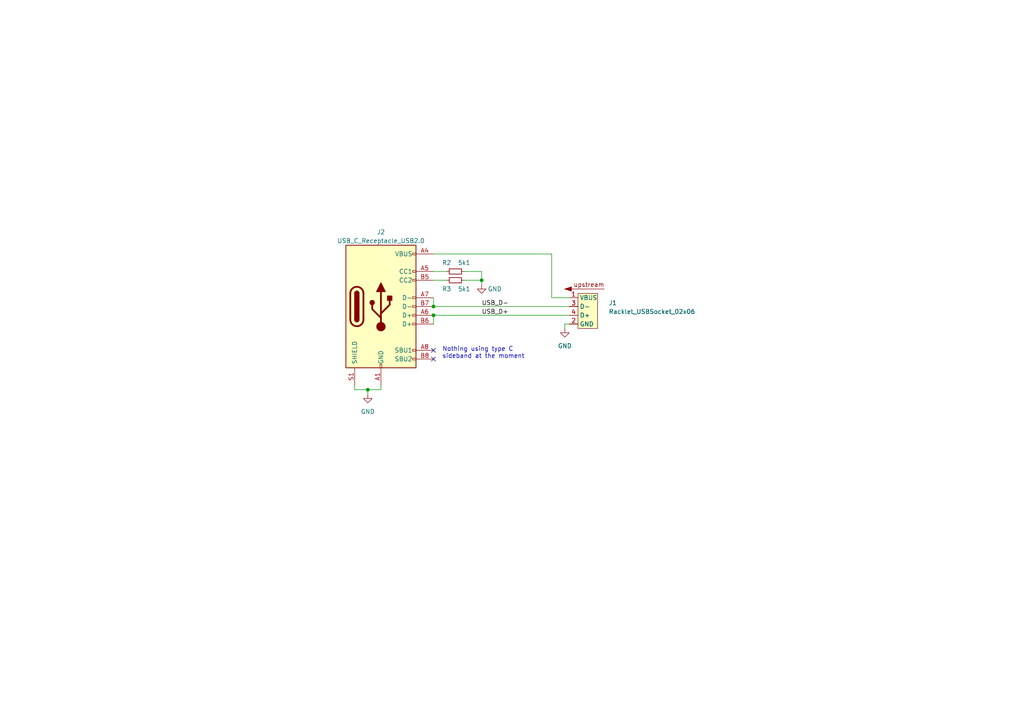
<source format=kicad_sch>
(kicad_sch (version 20230121) (generator eeschema)
  (paper "A4")
  (title_block (title "Adapter - USB Socket to Type C Receptacle") (date "2023-03-08") (rev "0.1.0") (company "https://racklet.io") (comment 1 "Author: Verneri Hirvonen"))
  (lib_symbols
    (symbol "Connector:USB_C_Receptacle_USB2.0" (pin_names (offset 1.016))
      (property "Reference" "J" (at -10.16 19.05 0))
      (property "Value" "USB_C_Receptacle_USB2.0" (at 19.05 19.05 0))
      (symbol "USB_C_Receptacle_USB2.0_0_0"
        (rectangle (start -0.254 -17.78) (end 0.254 -16.764))
        (rectangle (start 10.16 -14.986) (end 9.144 -15.494))
        (rectangle (start 10.16 -12.446) (end 9.144 -12.954))
        (rectangle (start 10.16 -4.826) (end 9.144 -5.334))
        (rectangle (start 10.16 -2.286) (end 9.144 -2.794))
        (rectangle (start 10.16 0.254) (end 9.144 -0.254))
        (rectangle (start 10.16 2.794) (end 9.144 2.286))
        (rectangle (start 10.16 7.874) (end 9.144 7.366))
        (rectangle (start 10.16 10.414) (end 9.144 9.906))
        (rectangle (start 10.16 15.494) (end 9.144 14.986))
      )
      (symbol "USB_C_Receptacle_USB2.0_0_1"
        (rectangle (start -10.16 17.78) (end 10.16 -17.78) (stroke (width 0.254)) (fill (type background)))
        (arc (start -8.89 -3.81) (mid -6.985 -5.7067) (end -5.08 -3.81) (stroke (width 0.508)))
        (arc (start -7.62 -3.81) (mid -6.985 -4.4423) (end -6.35 -3.81) (stroke (width 0.254)))
        (arc (start -7.62 -3.81) (mid -6.985 -4.4423) (end -6.35 -3.81) (stroke (width 0.254)) (fill (type outline)))
        (rectangle (start -7.62 -3.81) (end -6.35 3.81) (stroke (width 0.254)) (fill (type outline)))
        (arc (start -6.35 3.81) (mid -6.985 4.4423) (end -7.62 3.81) (stroke (width 0.254)))
        (arc (start -6.35 3.81) (mid -6.985 4.4423) (end -7.62 3.81) (stroke (width 0.254)) (fill (type outline)))
        (arc (start -5.08 3.81) (mid -6.985 5.7067) (end -8.89 3.81) (stroke (width 0.508)))
        (circle (center -2.54 1.143) (radius 0.635) (stroke (width 0.254)) (fill (type outline)))
        (circle (center 0 -5.842) (radius 1.27) (fill (type outline)))
        (polyline (pts (xy -8.89 -3.81) (xy -8.89 3.81)) (stroke (width 0.508)))
        (polyline (pts (xy -5.08 3.81) (xy -5.08 -3.81)) (stroke (width 0.508)))
        (polyline (pts (xy 0 -5.842) (xy 0 4.318)) (stroke (width 0.508)))
        (polyline (pts (xy 0 -3.302) (xy -2.54 -0.762) (xy -2.54 0.508)) (stroke (width 0.508)))
        (polyline (pts (xy 0 -2.032) (xy 2.54 0.508) (xy 2.54 1.778)) (stroke (width 0.508)))
        (polyline (pts (xy -1.27 4.318) (xy 0 6.858) (xy 1.27 4.318) (xy -1.27 4.318)) (stroke (width 0.254)) (fill (type outline)))
        (rectangle (start 1.905 1.778) (end 3.175 3.048) (stroke (width 0.254)) (fill (type outline)))
      )
      (symbol "USB_C_Receptacle_USB2.0_1_1"
        (pin passive line (at 0 -22.86 90) (length 5.08) (name "GND") (number "A1"))
        (pin passive line (at 0 -22.86 90) (length 5.08) hide (name "GND") (number "A12"))
        (pin passive line (at 15.24 15.24 180) (length 5.08) (name "VBUS") (number "A4"))
        (pin bidirectional line (at 15.24 10.16 180) (length 5.08) (name "CC1") (number "A5"))
        (pin bidirectional line (at 15.24 -2.54 180) (length 5.08) (name "D+") (number "A6"))
        (pin bidirectional line (at 15.24 2.54 180) (length 5.08) (name "D-") (number "A7"))
        (pin bidirectional line (at 15.24 -12.7 180) (length 5.08) (name "SBU1") (number "A8"))
        (pin passive line (at 15.24 15.24 180) (length 5.08) hide (name "VBUS") (number "A9"))
        (pin passive line (at 0 -22.86 90) (length 5.08) hide (name "GND") (number "B1"))
        (pin passive line (at 0 -22.86 90) (length 5.08) hide (name "GND") (number "B12"))
        (pin passive line (at 15.24 15.24 180) (length 5.08) hide (name "VBUS") (number "B4"))
        (pin bidirectional line (at 15.24 7.62 180) (length 5.08) (name "CC2") (number "B5"))
        (pin bidirectional line (at 15.24 -5.08 180) (length 5.08) (name "D+") (number "B6"))
        (pin bidirectional line (at 15.24 0 180) (length 5.08) (name "D-") (number "B7"))
        (pin bidirectional line (at 15.24 -15.24 180) (length 5.08) (name "SBU2") (number "B8"))
        (pin passive line (at 15.24 15.24 180) (length 5.08) hide (name "VBUS") (number "B9"))
        (pin passive line (at -7.62 -22.86 90) (length 5.08) (name "SHIELD") (number "S1"))
      )
    )
    (symbol "Device:R_Small" (pin_numbers hide) (pin_names (offset 0.254) hide)
      (property "Reference" "R" (at 0.762 0.508 0))
      (property "Value" "R_Small" (at 0.762 -1.016 0))
      (symbol "R_Small_0_1"
        (rectangle (start -0.762 1.778) (end 0.762 -1.778) (stroke (width 0.2032)))
      )
      (symbol "R_Small_1_1"
        (pin passive line (at 0 2.54 270) (length 0.762) (name "~") (number "1"))
        (pin passive line (at 0 -2.54 90) (length 0.762) (name "~") (number "2"))
      )
    )
    (symbol "power:GND" (power) (pin_names (offset 0))
      (property "Value" "GND" (at 0 -3.81 0))
      (symbol "GND_0_1"
        (polyline (pts (xy 0 0) (xy 0 -1.27) (xy 1.27 -1.27) (xy 0 -2.54) (xy -1.27 -1.27) (xy 0 -1.27)))
      )
      (symbol "GND_1_1"
        (pin power_in line (at 0 0 270) (length 0) hide (name "GND") (number "1"))
      )
    )
    (symbol "racklet:Racklet_USBSocket_02x06"
      (property "Reference" "J" (at 0 -6.35 0))
      (property "Value" "Racklet_USBSocket_02x06" (at 0 10.16 0))
      (symbol "Racklet_USBSocket_02x06_0_1"
        (rectangle (start -2.54 5.08) (end 3.175 -5.08) (fill (type background)))
        (polyline (pts (xy -6.35 6.35) (xy 5.08 6.35)))
        (polyline (pts (xy -6.35 6.35) (xy -4.445 6.985) (xy -4.445 5.715) (xy -6.35 6.35)) (fill (type outline)))
        (text "upstream" (at 0.635 7.62 0) (effects (font (size 1.27 1.27))))
      )
      (symbol "Racklet_USBSocket_02x06_1_1"
        (pin power_in line (at -5.08 3.81 0) (length 2.54) (name "VBUS") (number "1"))
        (pin bidirectional line (at -5.08 1.27 0) (length 2.54) hide (name "D-") (number "10"))
        (pin power_in line (at -5.08 -3.81 0) (length 2.54) hide (name "GND") (number "11"))
        (pin power_in line (at -5.08 3.81 0) (length 2.54) hide (name "VBUS") (number "12"))
        (pin power_in line (at -5.08 -3.81 0) (length 2.54) (name "GND") (number "2"))
        (pin bidirectional line (at -5.08 1.27 0) (length 2.54) (name "D-") (number "3"))
        (pin bidirectional line (at -5.08 -1.27 0) (length 2.54) (name "D+") (number "4"))
        (pin power_in line (at -5.08 -3.81 0) (length 2.54) hide (name "GND") (number "5"))
        (pin power_in line (at -5.08 3.81 0) (length 2.54) hide (name "VBUS") (number "6"))
        (pin power_in line (at -5.08 3.81 0) (length 2.54) hide (name "VBUS") (number "7"))
        (pin power_in line (at -5.08 -3.81 0) (length 2.54) hide (name "GND") (number "8"))
        (pin bidirectional line (at -5.08 -1.27 0) (length 2.54) hide (name "D+") (number "9"))
      )
    )
  )
  (junction (at 106.68 113.03))
  (junction (at 125.73 88.9))
  (junction (at 139.7 81.28))
  (junction (at 125.73 91.44))
  (no_connect (at 125.73 101.6))
  (no_connect (at 125.73 104.14))
  (wire (pts (xy 125.73 91.44) (xy 165.1 91.44)))
  (wire (pts (xy 106.68 113.03) (xy 110.49 113.03)))
  (wire (pts (xy 125.73 81.28) (xy 129.54 81.28)))
  (wire (pts (xy 125.73 78.74) (xy 129.54 78.74)))
  (wire (pts (xy 160.02 86.36) (xy 165.1 86.36)))
  (wire (pts (xy 134.62 81.28) (xy 139.7 81.28)))
  (wire (pts (xy 139.7 81.28) (xy 139.7 82.55)))
  (wire (pts (xy 102.87 111.76) (xy 102.87 113.03)))
  (wire (pts (xy 160.02 73.66) (xy 160.02 86.36)))
  (wire (pts (xy 125.73 91.44) (xy 125.73 93.98)))
  (wire (pts (xy 134.62 78.74) (xy 139.7 78.74)))
  (wire (pts (xy 125.73 86.36) (xy 125.73 88.9)))
  (wire (pts (xy 106.68 113.03) (xy 106.68 114.3)))
  (wire (pts (xy 163.83 95.25) (xy 163.83 93.98)))
  (wire (pts (xy 102.87 113.03) (xy 106.68 113.03)))
  (wire (pts (xy 125.73 73.66) (xy 160.02 73.66)))
  (wire (pts (xy 125.73 88.9) (xy 165.1 88.9)))
  (wire (pts (xy 110.49 113.03) (xy 110.49 111.76)))
  (wire (pts (xy 163.83 93.98) (xy 165.1 93.98)))
  (wire (pts (xy 139.7 78.74) (xy 139.7 81.28)))
  (text "Nothing using type C\nsideband at the moment" (at 128.27 104.14 0) (effects (font (size 1.27 1.27)) (justify left bottom)))
  (label "USB_D-" (at 139.7 88.9 0))
  (label "USB_D+" (at 139.7 91.44 0))
  (symbol (lib_id "power:GND") (at 106.68 114.3 0) (unit 1)
    (property "Reference" "#PWR01" (effects hide))
    (property "Value" "GND" (at 106.68 119.38 0))
  )
  (symbol (lib_id "Device:R_Small") (at 132.08 81.28 90) (unit 1)
    (property "Reference" "R3" (at 129.54 83.82 90))
    (property "Value" "5k1" (at 134.62 83.82 90))
    (property "Footprint" "Resistor_SMD:R_0603_1608Metric" (effects hide))
    (property "JLCPCB Part #" "C23186" (effects hide))
  )
  (symbol (lib_id "power:GND") (at 139.7 82.55 0) (unit 1)
    (property "Reference" "#PWR02" (effects hide))
    (property "Value" "GND" (at 143.51 83.82 0))
  )
  (symbol (lib_id "Connector:USB_C_Receptacle_USB2.0") (at 110.49 88.9 0) (unit 1)
    (property "Reference" "J2" (at 110.49 67.31 0))
    (property "Value" "USB_C_Receptacle_USB2.0" (at 110.49 69.85 0))
    (property "Footprint" "Connector_USB:USB_C_Receptacle_HRO_TYPE-C-31-M-12" (effects hide))
    (property "Datasheet" "https://www.usb.org/sites/default/files/documents/usb_type-c.zip" (effects hide))
    (property "JLCPCB Part #" "C165948" (effects hide))
  )
  (symbol (lib_id "Device:R_Small") (at 132.08 78.74 90) (unit 1)
    (property "Reference" "R2" (at 129.54 76.2 90))
    (property "Value" "5k1" (at 134.62 76.2 90))
    (property "Footprint" "Resistor_SMD:R_0603_1608Metric" (effects hide))
    (property "JLCPCB Part #" "C23186" (effects hide))
  )
  (symbol (lib_id "power:GND") (at 163.83 95.25 0) (unit 1)
    (property "Reference" "#PWR03" (effects hide))
    (property "Value" "GND" (at 163.83 100.33 0))
  )
  (symbol (lib_id "racklet:Racklet_USBSocket_02x06") (at 170.18 90.17 0) (unit 1)
    (property "Reference" "J1" (at 176.53 87.8482 0) (effects (justify left)))
    (property "Value" "Racklet_USBSocket_02x06" (at 176.53 90.3882 0) (effects (justify left)))
    (property "Footprint" "racklet:Racklet_USBSocket_02x06" (effects hide))
    (property "JLCPCB Part #" "C2897426" (effects hide))
  )
)
</source>
